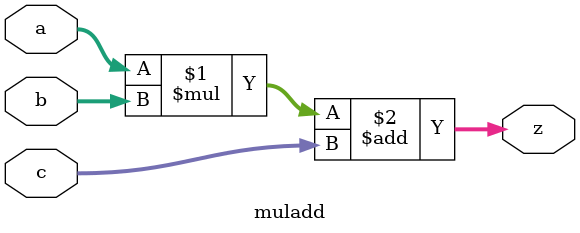
<source format=v>
module muladd #(parameter N = 8, // input width
                parameter M = 8 // output width (>=N)
	        )
   (
    //Inputs
    input [N-1:0]  a, // a input (multiplier)
    input [N-1:0]  b, // b input (multiplicand)
    input [M-1:0]  c, // c input (add input)
    //Outputs
    output [M-1:0] z  // a * b + c
    );

   assign z[M-1:0] = a[N-1:0] * b[N-1:0] + c[M-1:0];

endmodule

</source>
